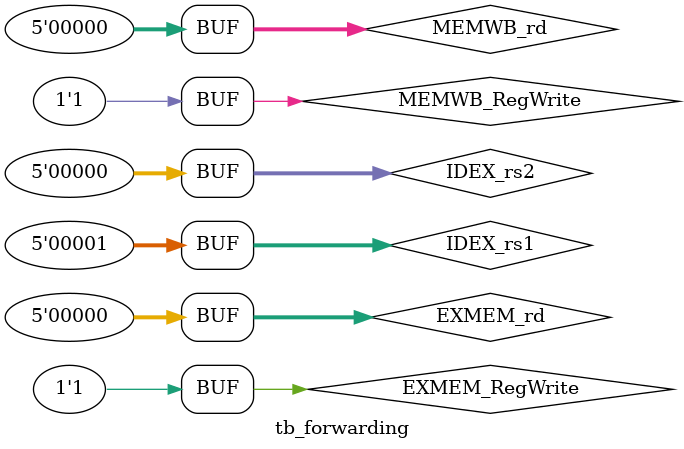
<source format=v>
`timescale 1ns / 1ps
module tb_forwarding();

    reg [4:0] IDEX_rs1;
    reg [4:0] IDEX_rs2;
    reg [4:0] EXMEM_rd;
    reg [4:0] MEMWB_rd;
    reg EXMEM_RegWrite;
    reg MEMWB_RegWrite;

    wire [1:0] afwd,bfwd;

    initial
    begin
        IDEX_rs1=1;
        IDEX_rs2=0;
        EXMEM_RegWrite=1;
        MEMWB_RegWrite=1;
        EXMEM_rd=1;
        MEMWB_rd=1;
        #20 
        EXMEM_rd=0;
        MEMWB_rd=1;
        #20
        EXMEM_rd=0;
        MEMWB_rd=0;
    end

    forwarding_unit fwd_u0(
        .IDEX_rs1(IDEX_rs1),
        .IDEX_rs2(IDEX_rs2),
        .EXMEM_rd(EXMEM_rd),
        .MEMWB_rd(MEMWB_rd),
        .EXMEM_RegWrite(EXMEM_RegWrite),
        .MEMWB_RegWrite(MEMWB_RegWrite),
        .afwd(afwd),
        .bfwd(bfwd)
    );





endmodule
</source>
